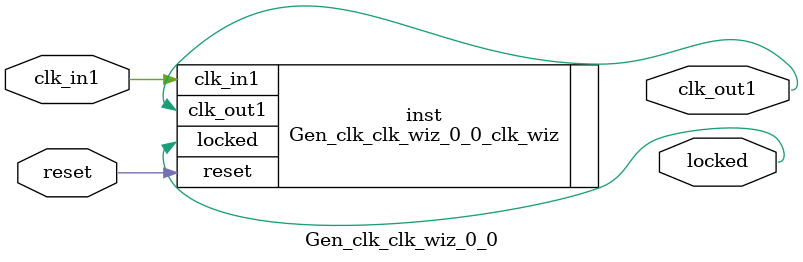
<source format=v>


`timescale 1ps/1ps

(* CORE_GENERATION_INFO = "Gen_clk_clk_wiz_0_0,clk_wiz_v6_0_1_0_0,{component_name=Gen_clk_clk_wiz_0_0,use_phase_alignment=true,use_min_o_jitter=false,use_max_i_jitter=false,use_dyn_phase_shift=false,use_inclk_switchover=false,use_dyn_reconfig=false,enable_axi=0,feedback_source=FDBK_AUTO,PRIMITIVE=MMCM,num_out_clk=1,clkin1_period=8.000,clkin2_period=10.000,use_power_down=false,use_reset=true,use_locked=true,use_inclk_stopped=false,feedback_type=SINGLE,CLOCK_MGR_TYPE=NA,manual_override=false}" *)

module Gen_clk_clk_wiz_0_0 
 (
  // Clock out ports
  output        clk_out1,
  // Status and control signals
  input         reset,
  output        locked,
 // Clock in ports
  input         clk_in1
 );

  Gen_clk_clk_wiz_0_0_clk_wiz inst
  (
  // Clock out ports  
  .clk_out1(clk_out1),
  // Status and control signals               
  .reset(reset), 
  .locked(locked),
 // Clock in ports
  .clk_in1(clk_in1)
  );

endmodule

</source>
